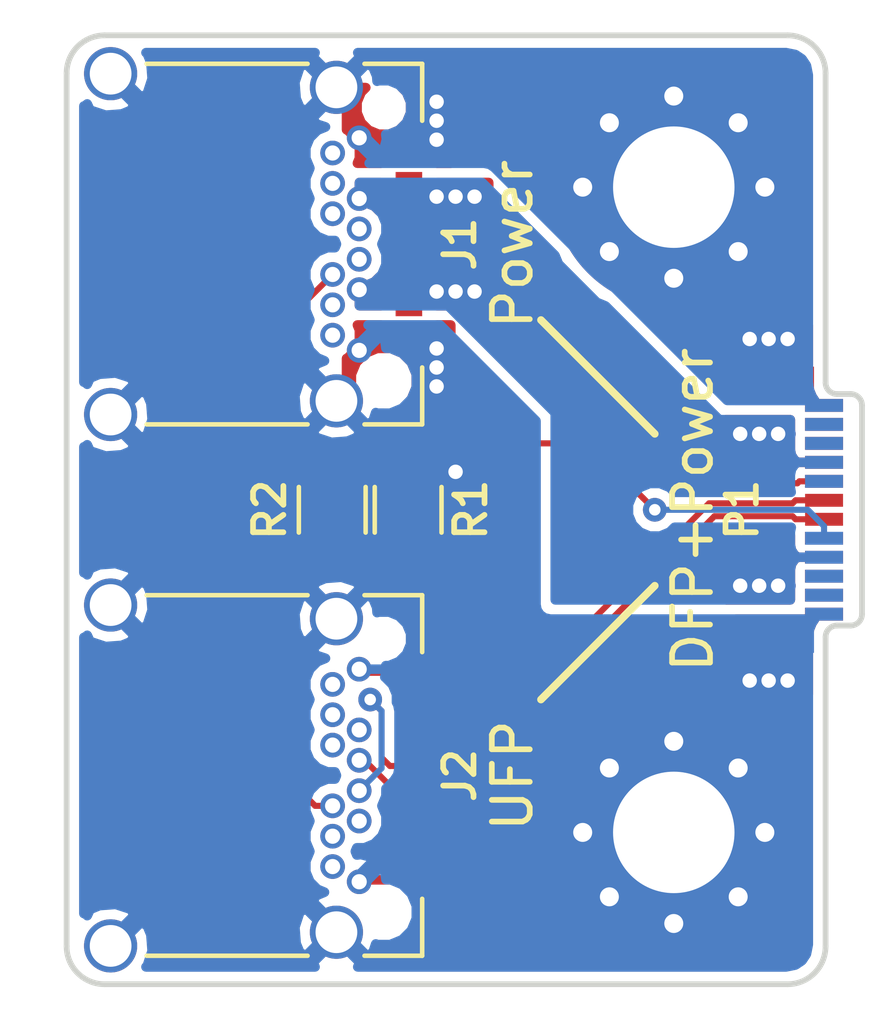
<source format=kicad_pcb>
(kicad_pcb (version 4) (host pcbnew 4.0.7)

  (general
    (links 40)
    (no_connects 0)
    (area 99.924999 99.924999 121.035001 125.075001)
    (thickness 0.8)
    (drawings 19)
    (tracks 142)
    (zones 0)
    (modules 7)
    (nets 47)
  )

  (page USLetter)
  (title_block
    (title "PD Buddy Wye")
    (date 2017-08-06)
    (rev v1.1)
  )

  (layers
    (0 F.Cu signal)
    (31 B.Cu signal)
    (32 B.Adhes user)
    (33 F.Adhes user)
    (34 B.Paste user)
    (35 F.Paste user)
    (36 B.SilkS user)
    (37 F.SilkS user)
    (38 B.Mask user)
    (39 F.Mask user)
    (40 Dwgs.User user)
    (41 Cmts.User user)
    (42 Eco1.User user)
    (43 Eco2.User user)
    (44 Edge.Cuts user)
    (45 Margin user)
    (46 B.CrtYd user)
    (47 F.CrtYd user)
    (48 B.Fab user)
    (49 F.Fab user)
  )

  (setup
    (last_trace_width 0.16)
    (trace_clearance 0.15)
    (zone_clearance 0.254)
    (zone_45_only no)
    (trace_min 0.16)
    (segment_width 0.2)
    (edge_width 0.15)
    (via_size 0.625)
    (via_drill 0.305)
    (via_min_size 0.4)
    (via_min_drill 0.3)
    (uvia_size 0.3)
    (uvia_drill 0.1)
    (uvias_allowed no)
    (uvia_min_size 0.2)
    (uvia_min_drill 0.1)
    (pcb_text_width 0.3)
    (pcb_text_size 1.5 1.5)
    (mod_edge_width 0.15)
    (mod_text_size 0.8 0.8)
    (mod_text_width 0.15)
    (pad_size 1.524 1.524)
    (pad_drill 0.762)
    (pad_to_mask_clearance 0.1)
    (aux_axis_origin 0 0)
    (visible_elements FFFFFF7F)
    (pcbplotparams
      (layerselection 0x00030_80000001)
      (usegerberextensions false)
      (excludeedgelayer true)
      (linewidth 0.100000)
      (plotframeref false)
      (viasonmask false)
      (mode 1)
      (useauxorigin false)
      (hpglpennumber 1)
      (hpglpenspeed 20)
      (hpglpendiameter 15)
      (hpglpenoverlay 2)
      (psnegative false)
      (psa4output false)
      (plotreference true)
      (plotvalue true)
      (plotinvisibletext false)
      (padsonsilk false)
      (subtractmaskfromsilk false)
      (outputformat 1)
      (mirror false)
      (drillshape 1)
      (scaleselection 1)
      (outputdirectory ""))
  )

  (net 0 "")
  (net 1 GND)
  (net 2 "Net-(J1-PadA2)")
  (net 3 "Net-(J1-PadA3)")
  (net 4 VBUS)
  (net 5 "Net-(J1-PadA6)")
  (net 6 "Net-(J1-PadA7)")
  (net 7 "Net-(J1-PadA10)")
  (net 8 "Net-(J1-PadA8)")
  (net 9 "Net-(J1-PadA11)")
  (net 10 "Net-(J1-PadB6)")
  (net 11 "Net-(J1-PadB7)")
  (net 12 "Net-(J1-PadB2)")
  (net 13 "Net-(J1-PadB3)")
  (net 14 "Net-(J1-PadB8)")
  (net 15 "Net-(J1-PadB10)")
  (net 16 "Net-(J1-PadB11)")
  (net 17 "Net-(J2-PadA2)")
  (net 18 "Net-(J2-PadA3)")
  (net 19 "Net-(J2-PadA4)")
  (net 20 "Net-(J2-PadA10)")
  (net 21 "Net-(J2-PadA9)")
  (net 22 "Net-(J2-PadA8)")
  (net 23 "Net-(J2-PadA11)")
  (net 24 "Net-(J2-PadB4)")
  (net 25 "Net-(J2-PadB9)")
  (net 26 "Net-(J2-PadB2)")
  (net 27 "Net-(J2-PadB3)")
  (net 28 "Net-(J2-PadB8)")
  (net 29 "Net-(J2-PadB10)")
  (net 30 "Net-(J2-PadB11)")
  (net 31 "Net-(P1-PadA2)")
  (net 32 "Net-(P1-PadA3)")
  (net 33 "Net-(P1-PadA8)")
  (net 34 "Net-(P1-PadA10)")
  (net 35 "Net-(P1-PadA11)")
  (net 36 "Net-(P1-PadB2)")
  (net 37 "Net-(P1-PadB3)")
  (net 38 "Net-(P1-PadB8)")
  (net 39 "Net-(P1-PadB10)")
  (net 40 "Net-(P1-PadB11)")
  (net 41 /D+)
  (net 42 /D-)
  (net 43 /CC1P)
  (net 44 /CC2P)
  (net 45 /CC1D)
  (net 46 /CC2D)

  (net_class Default "This is the default net class."
    (clearance 0.15)
    (trace_width 0.16)
    (via_dia 0.625)
    (via_drill 0.305)
    (uvia_dia 0.3)
    (uvia_drill 0.1)
    (add_net /CC1D)
    (add_net /CC1P)
    (add_net /CC2D)
    (add_net /CC2P)
    (add_net /D+)
    (add_net /D-)
    (add_net "Net-(J1-PadA10)")
    (add_net "Net-(J1-PadA11)")
    (add_net "Net-(J1-PadA2)")
    (add_net "Net-(J1-PadA3)")
    (add_net "Net-(J1-PadA6)")
    (add_net "Net-(J1-PadA7)")
    (add_net "Net-(J1-PadA8)")
    (add_net "Net-(J1-PadB10)")
    (add_net "Net-(J1-PadB11)")
    (add_net "Net-(J1-PadB2)")
    (add_net "Net-(J1-PadB3)")
    (add_net "Net-(J1-PadB6)")
    (add_net "Net-(J1-PadB7)")
    (add_net "Net-(J1-PadB8)")
    (add_net "Net-(J2-PadA10)")
    (add_net "Net-(J2-PadA11)")
    (add_net "Net-(J2-PadA2)")
    (add_net "Net-(J2-PadA3)")
    (add_net "Net-(J2-PadA4)")
    (add_net "Net-(J2-PadA8)")
    (add_net "Net-(J2-PadA9)")
    (add_net "Net-(J2-PadB10)")
    (add_net "Net-(J2-PadB11)")
    (add_net "Net-(J2-PadB2)")
    (add_net "Net-(J2-PadB3)")
    (add_net "Net-(J2-PadB4)")
    (add_net "Net-(J2-PadB8)")
    (add_net "Net-(J2-PadB9)")
    (add_net "Net-(P1-PadA10)")
    (add_net "Net-(P1-PadA11)")
    (add_net "Net-(P1-PadA2)")
    (add_net "Net-(P1-PadA3)")
    (add_net "Net-(P1-PadA8)")
    (add_net "Net-(P1-PadB10)")
    (add_net "Net-(P1-PadB11)")
    (add_net "Net-(P1-PadB2)")
    (add_net "Net-(P1-PadB3)")
    (add_net "Net-(P1-PadB8)")
  )

  (net_class Power ""
    (clearance 0.15)
    (trace_width 0.7)
    (via_dia 0.7)
    (via_drill 0.38)
    (uvia_dia 0.3)
    (uvia_drill 0.1)
  )

  (net_class Power_Small ""
    (clearance 0.15)
    (trace_width 0.25)
    (via_dia 0.7)
    (via_drill 0.38)
    (uvia_dia 0.3)
    (uvia_drill 0.1)
    (add_net GND)
    (add_net VBUS)
  )

  (module Connectors_USB:USB_C_Plug_Molex_105444 (layer F.Cu) (tedit 59864031) (tstamp 5986117E)
    (at 120 112.5 270)
    (descr "Universal Serial Bus (USB) Shielded I/O Plug, Type C, Right Angle, Surface Mount, http://www.molex.com/pdm_docs/sd/1054440001_sd.pdf")
    (tags "USB Type-C Plug Edge Mount")
    (path /59860CDD)
    (zone_connect 2)
    (attr smd)
    (fp_text reference P1 (at 0 2.2 270) (layer F.SilkS)
      (effects (font (size 0.8 0.8) (thickness 0.15)))
    )
    (fp_text value DFP+Power (at 0 3.5 270) (layer F.SilkS)
      (effects (font (size 1 1) (thickness 0.15)))
    )
    (fp_text user %R (at 0 2.2 270) (layer F.Fab)
      (effects (font (size 1 1) (thickness 0.1)))
    )
    (fp_line (start -4.3 1.96) (end -4.3 -1.46) (layer F.CrtYd) (width 0.05))
    (fp_text user "PCB Edge" (at 0 -0.96 270) (layer Dwgs.User)
      (effects (font (size 0.5 0.5) (thickness 0.08)))
    )
    (fp_line (start 3.35 0) (end 4.3 0) (layer F.Fab) (width 0.1))
    (fp_line (start 3.05 -0.66) (end 3.05 -0.3) (layer F.Fab) (width 0.1))
    (fp_arc (start 2.75 -0.66) (end 2.75 -0.96) (angle 90) (layer F.Fab) (width 0.1))
    (fp_line (start -2.75 -0.96) (end 2.75 -0.96) (layer F.Fab) (width 0.1))
    (fp_arc (start -2.75 -0.66) (end -3.05 -0.66) (angle 90) (layer F.Fab) (width 0.1))
    (fp_arc (start 3.35 -0.3) (end 3.35 0) (angle 90) (layer F.Fab) (width 0.1))
    (fp_line (start -3.05 -0.66) (end -3.05 -0.3) (layer F.Fab) (width 0.1))
    (fp_arc (start -3.35 -0.3) (end -3.05 -0.3) (angle 90) (layer F.Fab) (width 0.1))
    (fp_line (start -3.35 0) (end -4.3 0) (layer F.Fab) (width 0.1))
    (fp_line (start 4.3 1.96) (end 4.3 -1.46) (layer F.CrtYd) (width 0.05))
    (fp_line (start 4.3 -1.46) (end -4.3 -1.46) (layer F.CrtYd) (width 0.05))
    (fp_line (start 4.3 1.96) (end -4.3 1.96) (layer F.CrtYd) (width 0.05))
    (pad A1 smd rect (at -2.75 0.04 270) (size 0.34 1) (layers F.Cu F.Paste F.Mask)
      (net 1 GND) (zone_connect 2))
    (pad A2 smd rect (at -2.25 0.04 270) (size 0.34 1) (layers F.Cu F.Paste F.Mask)
      (net 31 "Net-(P1-PadA2)") (zone_connect 2))
    (pad A3 smd rect (at -1.75 0.04 270) (size 0.34 1) (layers F.Cu F.Paste F.Mask)
      (net 32 "Net-(P1-PadA3)") (zone_connect 2))
    (pad A4 smd rect (at -1.25 0.04 270) (size 0.34 1) (layers F.Cu F.Paste F.Mask)
      (net 4 VBUS) (zone_connect 2))
    (pad A5 smd rect (at -0.75 0.04 270) (size 0.34 1) (layers F.Cu F.Paste F.Mask)
      (net 43 /CC1P) (zone_connect 2))
    (pad A6 smd rect (at -0.25 0.04 270) (size 0.34 1) (layers F.Cu F.Paste F.Mask)
      (net 41 /D+) (zone_connect 2))
    (pad A7 smd rect (at 0.25 0.04 270) (size 0.34 1) (layers F.Cu F.Paste F.Mask)
      (net 42 /D-) (zone_connect 2))
    (pad A8 smd rect (at 0.75 0.04 270) (size 0.34 1) (layers F.Cu F.Paste F.Mask)
      (net 33 "Net-(P1-PadA8)") (zone_connect 2))
    (pad A9 smd rect (at 1.25 0.04 270) (size 0.34 1) (layers F.Cu F.Paste F.Mask)
      (net 4 VBUS) (zone_connect 2))
    (pad A10 smd rect (at 1.75 0.04 270) (size 0.34 1) (layers F.Cu F.Paste F.Mask)
      (net 34 "Net-(P1-PadA10)") (zone_connect 2))
    (pad A11 smd rect (at 2.25 0.04 270) (size 0.34 1) (layers F.Cu F.Paste F.Mask)
      (net 35 "Net-(P1-PadA11)") (zone_connect 2))
    (pad A12 smd rect (at 2.75 0.04 270) (size 0.34 1) (layers F.Cu F.Paste F.Mask)
      (net 1 GND) (zone_connect 2))
    (pad S1 smd rect (at -3.42 0.88 270) (size 0.7 1.15) (layers F.Cu F.Paste F.Mask)
      (net 1 GND) (zone_connect 2))
    (pad S1 smd rect (at 3.42 0.88 270) (size 0.7 1.15) (layers B.Cu B.Paste B.Mask)
      (net 1 GND) (zone_connect 2))
    (pad B1 smd rect (at 2.75 0.04 270) (size 0.34 1) (layers B.Cu B.Paste B.Mask)
      (net 1 GND) (zone_connect 2))
    (pad B2 smd rect (at 2.25 0.04 270) (size 0.34 1) (layers B.Cu B.Paste B.Mask)
      (net 36 "Net-(P1-PadB2)") (zone_connect 2))
    (pad B3 smd rect (at 1.75 0.04 270) (size 0.34 1) (layers B.Cu B.Paste B.Mask)
      (net 37 "Net-(P1-PadB3)") (zone_connect 2))
    (pad B4 smd rect (at 1.25 0.04 270) (size 0.34 1) (layers B.Cu B.Paste B.Mask)
      (net 4 VBUS) (zone_connect 2))
    (pad B5 smd rect (at 0.75 0.04 270) (size 0.34 1) (layers B.Cu B.Paste B.Mask)
      (net 44 /CC2P) (zone_connect 2))
    (pad B8 smd rect (at -0.75 0.04 270) (size 0.34 1) (layers B.Cu B.Paste B.Mask)
      (net 38 "Net-(P1-PadB8)") (zone_connect 2))
    (pad B9 smd rect (at -1.25 0.04 270) (size 0.34 1) (layers B.Cu B.Paste B.Mask)
      (net 4 VBUS) (zone_connect 2))
    (pad B10 smd rect (at -1.75 0.04 270) (size 0.34 1) (layers B.Cu B.Paste B.Mask)
      (net 39 "Net-(P1-PadB10)") (zone_connect 2))
    (pad B11 smd rect (at -2.25 0.04 270) (size 0.34 1) (layers B.Cu B.Paste B.Mask)
      (net 40 "Net-(P1-PadB11)") (zone_connect 2))
    (pad B12 smd rect (at -2.75 0.04 270) (size 0.34 1) (layers B.Cu B.Paste B.Mask)
      (net 1 GND) (zone_connect 2))
    (model ${KISYS3DMOD}/Connectors_USB.3dshapes/USB_C_Plug_Molex_105444.wrl
      (at (xyz 0 0 0))
      (scale (xyz 1 1 1))
      (rotate (xyz 0 0 0))
    )
  )

  (module Mounting_Holes:MountingHole_3.2mm_M3_Pad_Via (layer F.Cu) (tedit 59861099) (tstamp 59861484)
    (at 116 104)
    (descr "Mounting Hole 3.2mm, M3")
    (tags "mounting hole 3.2mm m3")
    (path /59861CE1)
    (zone_connect 2)
    (fp_text reference MK1 (at 0 -4.2) (layer F.Fab)
      (effects (font (size 0.8 0.8) (thickness 0.15)))
    )
    (fp_text value M3 (at 0 4.2) (layer F.Fab)
      (effects (font (size 1 1) (thickness 0.15)))
    )
    (fp_circle (center 0 0) (end 3.2 0) (layer Cmts.User) (width 0.15))
    (fp_circle (center 0 0) (end 3.45 0) (layer F.CrtYd) (width 0.05))
    (pad 1 thru_hole circle (at 0 0) (size 6.4 6.4) (drill 3.2) (layers *.Cu *.Mask)
      (net 1 GND) (zone_connect 2))
    (pad "" thru_hole circle (at 2.4 0) (size 0.6 0.6) (drill 0.5) (layers *.Cu *.Mask)
      (zone_connect 2))
    (pad "" thru_hole circle (at 1.697056 1.697056) (size 0.6 0.6) (drill 0.5) (layers *.Cu *.Mask)
      (zone_connect 2))
    (pad "" thru_hole circle (at 0 2.4) (size 0.6 0.6) (drill 0.5) (layers *.Cu *.Mask)
      (zone_connect 2))
    (pad "" thru_hole circle (at -1.697056 1.697056) (size 0.6 0.6) (drill 0.5) (layers *.Cu *.Mask)
      (zone_connect 2))
    (pad "" thru_hole circle (at -2.4 0) (size 0.6 0.6) (drill 0.5) (layers *.Cu *.Mask)
      (zone_connect 2))
    (pad "" thru_hole circle (at -1.697056 -1.697056) (size 0.6 0.6) (drill 0.5) (layers *.Cu *.Mask)
      (zone_connect 2))
    (pad "" thru_hole circle (at 0 -2.4) (size 0.6 0.6) (drill 0.5) (layers *.Cu *.Mask)
      (zone_connect 2))
    (pad "" thru_hole circle (at 1.697056 -1.697056) (size 0.6 0.6) (drill 0.5) (layers *.Cu *.Mask)
      (zone_connect 2))
  )

  (module Mounting_Holes:MountingHole_3.2mm_M3_Pad_Via (layer F.Cu) (tedit 5986109E) (tstamp 59861493)
    (at 116 121)
    (descr "Mounting Hole 3.2mm, M3")
    (tags "mounting hole 3.2mm m3")
    (path /59861F93)
    (zone_connect 2)
    (fp_text reference MK2 (at 0 -4.2) (layer F.Fab)
      (effects (font (size 0.8 0.8) (thickness 0.15)))
    )
    (fp_text value M3 (at 0 4.2) (layer F.Fab)
      (effects (font (size 1 1) (thickness 0.15)))
    )
    (fp_circle (center 0 0) (end 3.2 0) (layer Cmts.User) (width 0.15))
    (fp_circle (center 0 0) (end 3.45 0) (layer F.CrtYd) (width 0.05))
    (pad 1 thru_hole circle (at 0 0) (size 6.4 6.4) (drill 3.2) (layers *.Cu *.Mask)
      (net 1 GND) (zone_connect 2))
    (pad "" thru_hole circle (at 2.4 0) (size 0.6 0.6) (drill 0.5) (layers *.Cu *.Mask)
      (zone_connect 2))
    (pad "" thru_hole circle (at 1.697056 1.697056) (size 0.6 0.6) (drill 0.5) (layers *.Cu *.Mask)
      (zone_connect 2))
    (pad "" thru_hole circle (at 0 2.4) (size 0.6 0.6) (drill 0.5) (layers *.Cu *.Mask)
      (zone_connect 2))
    (pad "" thru_hole circle (at -1.697056 1.697056) (size 0.6 0.6) (drill 0.5) (layers *.Cu *.Mask)
      (zone_connect 2))
    (pad "" thru_hole circle (at -2.4 0) (size 0.6 0.6) (drill 0.5) (layers *.Cu *.Mask)
      (zone_connect 2))
    (pad "" thru_hole circle (at -1.697056 -1.697056) (size 0.6 0.6) (drill 0.5) (layers *.Cu *.Mask)
      (zone_connect 2))
    (pad "" thru_hole circle (at 0 -2.4) (size 0.6 0.6) (drill 0.5) (layers *.Cu *.Mask)
      (zone_connect 2))
    (pad "" thru_hole circle (at 1.697056 -1.697056) (size 0.6 0.6) (drill 0.5) (layers *.Cu *.Mask)
      (zone_connect 2))
  )

  (module Resistors_SMD:R_0805 (layer F.Cu) (tedit 58E0A804) (tstamp 59863C14)
    (at 109 112.5 90)
    (descr "Resistor SMD 0805, reflow soldering, Vishay (see dcrcw.pdf)")
    (tags "resistor 0805")
    (path /59863DDF)
    (attr smd)
    (fp_text reference R1 (at 0 1.65 90) (layer F.SilkS)
      (effects (font (size 0.8 0.8) (thickness 0.15)))
    )
    (fp_text value 5.1k (at 0 1.75 90) (layer F.Fab)
      (effects (font (size 1 1) (thickness 0.15)))
    )
    (fp_text user %R (at 0 0 90) (layer F.Fab)
      (effects (font (size 0.5 0.5) (thickness 0.075)))
    )
    (fp_line (start -1 0.62) (end -1 -0.62) (layer F.Fab) (width 0.1))
    (fp_line (start 1 0.62) (end -1 0.62) (layer F.Fab) (width 0.1))
    (fp_line (start 1 -0.62) (end 1 0.62) (layer F.Fab) (width 0.1))
    (fp_line (start -1 -0.62) (end 1 -0.62) (layer F.Fab) (width 0.1))
    (fp_line (start 0.6 0.88) (end -0.6 0.88) (layer F.SilkS) (width 0.12))
    (fp_line (start -0.6 -0.88) (end 0.6 -0.88) (layer F.SilkS) (width 0.12))
    (fp_line (start -1.55 -0.9) (end 1.55 -0.9) (layer F.CrtYd) (width 0.05))
    (fp_line (start -1.55 -0.9) (end -1.55 0.9) (layer F.CrtYd) (width 0.05))
    (fp_line (start 1.55 0.9) (end 1.55 -0.9) (layer F.CrtYd) (width 0.05))
    (fp_line (start 1.55 0.9) (end -1.55 0.9) (layer F.CrtYd) (width 0.05))
    (pad 1 smd rect (at -0.95 0 90) (size 0.7 1.3) (layers F.Cu F.Paste F.Mask)
      (net 45 /CC1D))
    (pad 2 smd rect (at 0.95 0 90) (size 0.7 1.3) (layers F.Cu F.Paste F.Mask)
      (net 1 GND))
    (model ${KISYS3DMOD}/Resistors_SMD.3dshapes/R_0805.wrl
      (at (xyz 0 0 0))
      (scale (xyz 1 1 1))
      (rotate (xyz 0 0 0))
    )
  )

  (module Resistors_SMD:R_0805 (layer F.Cu) (tedit 58E0A804) (tstamp 59863C25)
    (at 107 112.5 270)
    (descr "Resistor SMD 0805, reflow soldering, Vishay (see dcrcw.pdf)")
    (tags "resistor 0805")
    (path /59863CCA)
    (attr smd)
    (fp_text reference R2 (at 0 1.65 270) (layer F.SilkS)
      (effects (font (size 0.8 0.8) (thickness 0.15)))
    )
    (fp_text value 5.1k (at 0 1.75 270) (layer F.Fab)
      (effects (font (size 1 1) (thickness 0.15)))
    )
    (fp_text user %R (at 0 0 270) (layer F.Fab)
      (effects (font (size 0.5 0.5) (thickness 0.075)))
    )
    (fp_line (start -1 0.62) (end -1 -0.62) (layer F.Fab) (width 0.1))
    (fp_line (start 1 0.62) (end -1 0.62) (layer F.Fab) (width 0.1))
    (fp_line (start 1 -0.62) (end 1 0.62) (layer F.Fab) (width 0.1))
    (fp_line (start -1 -0.62) (end 1 -0.62) (layer F.Fab) (width 0.1))
    (fp_line (start 0.6 0.88) (end -0.6 0.88) (layer F.SilkS) (width 0.12))
    (fp_line (start -0.6 -0.88) (end 0.6 -0.88) (layer F.SilkS) (width 0.12))
    (fp_line (start -1.55 -0.9) (end 1.55 -0.9) (layer F.CrtYd) (width 0.05))
    (fp_line (start -1.55 -0.9) (end -1.55 0.9) (layer F.CrtYd) (width 0.05))
    (fp_line (start 1.55 0.9) (end 1.55 -0.9) (layer F.CrtYd) (width 0.05))
    (fp_line (start 1.55 0.9) (end -1.55 0.9) (layer F.CrtYd) (width 0.05))
    (pad 1 smd rect (at -0.95 0 270) (size 0.7 1.3) (layers F.Cu F.Paste F.Mask)
      (net 1 GND))
    (pad 2 smd rect (at 0.95 0 270) (size 0.7 1.3) (layers F.Cu F.Paste F.Mask)
      (net 46 /CC2D))
    (model ${KISYS3DMOD}/Resistors_SMD.3dshapes/R_0805.wrl
      (at (xyz 0 0 0))
      (scale (xyz 1 1 1))
      (rotate (xyz 0 0 0))
    )
  )

  (module Connectors_USB:USB_C_Receptacle_Amphenol_12401548E4-2A_CircularHoles (layer F.Cu) (tedit 59D57B90) (tstamp 59D58057)
    (at 104 105.5 270)
    (descr "USB TYPE C, RA RCPT PCB, Hybrid, https://www.amphenolcanada.com/StockAvailabilityPrice.aspx?From=&PartNum=12401548E4%7e2A")
    (tags "USB C Type-C Receptacle Hybrid")
    (path /59860B95)
    (attr smd)
    (fp_text reference J1 (at 0 -6.36 270) (layer F.SilkS)
      (effects (font (size 0.8 0.8) (thickness 0.15)))
    )
    (fp_text value Power (at 0 -7.75 270) (layer F.SilkS)
      (effects (font (size 1 1) (thickness 0.15)))
    )
    (fp_text user %R (at 0 0 270) (layer F.Fab)
      (effects (font (size 1 1) (thickness 0.1)))
    )
    (fp_line (start -5.69 5.73) (end -5.69 -5.87) (layer F.CrtYd) (width 0.05))
    (fp_line (start 5.69 5.73) (end -5.69 5.73) (layer F.CrtYd) (width 0.05))
    (fp_line (start 5.69 -5.87) (end 5.69 5.73) (layer F.CrtYd) (width 0.05))
    (fp_line (start -5.69 -5.87) (end 5.69 -5.87) (layer F.CrtYd) (width 0.05))
    (fp_line (start 4.6 5.23) (end 4.6 -5.22) (layer F.Fab) (width 0.1))
    (fp_line (start -4.6 5.23) (end 4.6 5.23) (layer F.Fab) (width 0.1))
    (fp_line (start 3.25 -5.37) (end 4.75 -5.37) (layer F.SilkS) (width 0.12))
    (fp_line (start 4.75 -5.37) (end 4.75 -3.85) (layer F.SilkS) (width 0.12))
    (fp_line (start -4.75 -2.35) (end -4.75 1.89) (layer F.SilkS) (width 0.12))
    (fp_line (start -4.75 -5.37) (end -3.25 -5.37) (layer F.SilkS) (width 0.12))
    (fp_line (start -4.6 -5.22) (end 4.6 -5.22) (layer F.Fab) (width 0.1))
    (fp_line (start -4.6 5.23) (end -4.6 -5.22) (layer F.Fab) (width 0.1))
    (fp_line (start 4.75 -2.35) (end 4.75 1.89) (layer F.SilkS) (width 0.12))
    (fp_line (start -4.75 -5.37) (end -4.75 -3.85) (layer F.SilkS) (width 0.12))
    (pad S1 thru_hole circle (at -4.13 -3.11 270) (size 1.4 1.4) (drill 1.1) (layers *.Cu *.Mask)
      (net 1 GND))
    (pad A1 smd rect (at -2.75 -5.02 270) (size 0.3 0.7) (layers F.Cu F.Paste F.Mask)
      (net 1 GND))
    (pad A2 smd rect (at -2.25 -5.02 270) (size 0.3 0.7) (layers F.Cu F.Paste F.Mask)
      (net 2 "Net-(J1-PadA2)"))
    (pad A3 smd rect (at -1.75 -5.02 270) (size 0.3 0.7) (layers F.Cu F.Paste F.Mask)
      (net 3 "Net-(J1-PadA3)"))
    (pad A4 smd rect (at -1.25 -5.02 270) (size 0.3 0.7) (layers F.Cu F.Paste F.Mask)
      (net 4 VBUS))
    (pad A5 smd rect (at -0.75 -5.02 270) (size 0.3 0.7) (layers F.Cu F.Paste F.Mask)
      (net 43 /CC1P))
    (pad A6 smd rect (at -0.25 -5.02 270) (size 0.3 0.7) (layers F.Cu F.Paste F.Mask)
      (net 5 "Net-(J1-PadA6)"))
    (pad A7 smd rect (at 0.25 -5.02 270) (size 0.3 0.7) (layers F.Cu F.Paste F.Mask)
      (net 6 "Net-(J1-PadA7)"))
    (pad A12 smd rect (at 2.75 -5.02 270) (size 0.3 0.7) (layers F.Cu F.Paste F.Mask)
      (net 1 GND))
    (pad A10 smd rect (at 1.75 -5.02 270) (size 0.3 0.7) (layers F.Cu F.Paste F.Mask)
      (net 7 "Net-(J1-PadA10)"))
    (pad A9 smd rect (at 1.25 -5.02 270) (size 0.3 0.7) (layers F.Cu F.Paste F.Mask)
      (net 4 VBUS))
    (pad A8 smd rect (at 0.75 -5.02 270) (size 0.3 0.7) (layers F.Cu F.Paste F.Mask)
      (net 8 "Net-(J1-PadA8)"))
    (pad A11 smd rect (at 2.25 -5.02 270) (size 0.3 0.7) (layers F.Cu F.Paste F.Mask)
      (net 9 "Net-(J1-PadA11)"))
    (pad S1 thru_hole circle (at 4.13 -3.11 270) (size 1.4 1.4) (drill 1.1) (layers *.Cu *.Mask)
      (net 1 GND))
    (pad S1 thru_hole circle (at 4.49 2.84 270) (size 1.4 1.4) (drill 1.1) (layers *.Cu *.Mask)
      (net 1 GND))
    (pad S1 thru_hole circle (at -4.49 2.84 270) (size 1.4 1.4) (drill 1.1) (layers *.Cu *.Mask)
      (net 1 GND))
    (pad "" np_thru_hole circle (at 3.6 -4.36 270) (size 0.95 0.95) (drill 0.95) (layers *.Cu *.Mask))
    (pad "" np_thru_hole circle (at -3.6 -4.36 270) (size 0.65 0.65) (drill 0.65) (layers *.Cu *.Mask))
    (pad B1 thru_hole circle (at 2.8 -3.71 270) (size 0.65 0.65) (drill 0.4) (layers *.Cu *.Mask)
      (net 1 GND))
    (pad B4 thru_hole circle (at 1.2 -3.71 270) (size 0.65 0.65) (drill 0.4) (layers *.Cu *.Mask)
      (net 4 VBUS))
    (pad B6 thru_hole circle (at 0.4 -3.71 270) (size 0.65 0.65) (drill 0.4) (layers *.Cu *.Mask)
      (net 10 "Net-(J1-PadB6)"))
    (pad B7 thru_hole circle (at -0.4 -3.71 270) (size 0.65 0.65) (drill 0.4) (layers *.Cu *.Mask)
      (net 11 "Net-(J1-PadB7)"))
    (pad B9 thru_hole circle (at -1.2 -3.71 270) (size 0.65 0.65) (drill 0.4) (layers *.Cu *.Mask)
      (net 4 VBUS))
    (pad B12 thru_hole circle (at -2.8 -3.71 270) (size 0.65 0.65) (drill 0.4) (layers *.Cu *.Mask)
      (net 1 GND))
    (pad B2 thru_hole circle (at 2.4 -3.01 270) (size 0.65 0.65) (drill 0.4) (layers *.Cu *.Mask)
      (net 12 "Net-(J1-PadB2)"))
    (pad B3 thru_hole circle (at 1.6 -3.01 270) (size 0.65 0.65) (drill 0.4) (layers *.Cu *.Mask)
      (net 13 "Net-(J1-PadB3)"))
    (pad B5 thru_hole circle (at 0.8 -3.01 270) (size 0.65 0.65) (drill 0.4) (layers *.Cu *.Mask)
      (net 44 /CC2P))
    (pad B8 thru_hole circle (at -0.8 -3.01 270) (size 0.65 0.65) (drill 0.4) (layers *.Cu *.Mask)
      (net 14 "Net-(J1-PadB8)"))
    (pad B10 thru_hole circle (at -1.6 -3.01 270) (size 0.65 0.65) (drill 0.4) (layers *.Cu *.Mask)
      (net 15 "Net-(J1-PadB10)"))
    (pad B11 thru_hole circle (at -2.4 -3.01 270) (size 0.65 0.65) (drill 0.4) (layers *.Cu *.Mask)
      (net 16 "Net-(J1-PadB11)"))
    (model ${KISYS3DMOD}/Connectors_USB.3dshapes/USB_C_Receptacle_Amphenol_12401548E4-2A.wrl
      (at (xyz 0 0 0))
      (scale (xyz 1 1 1))
      (rotate (xyz 0 0 0))
    )
  )

  (module Connectors_USB:USB_C_Receptacle_Amphenol_12401548E4-2A_CircularHoles (layer F.Cu) (tedit 59D57B95) (tstamp 59D58087)
    (at 104 119.5 270)
    (descr "USB TYPE C, RA RCPT PCB, Hybrid, https://www.amphenolcanada.com/StockAvailabilityPrice.aspx?From=&PartNum=12401548E4%7e2A")
    (tags "USB C Type-C Receptacle Hybrid")
    (path /59860C73)
    (attr smd)
    (fp_text reference J2 (at 0 -6.36 270) (layer F.SilkS)
      (effects (font (size 0.8 0.8) (thickness 0.15)))
    )
    (fp_text value UFP (at 0 -7.75 270) (layer F.SilkS)
      (effects (font (size 1 1) (thickness 0.15)))
    )
    (fp_text user %R (at 0 0 270) (layer F.Fab)
      (effects (font (size 1 1) (thickness 0.1)))
    )
    (fp_line (start -5.69 5.73) (end -5.69 -5.87) (layer F.CrtYd) (width 0.05))
    (fp_line (start 5.69 5.73) (end -5.69 5.73) (layer F.CrtYd) (width 0.05))
    (fp_line (start 5.69 -5.87) (end 5.69 5.73) (layer F.CrtYd) (width 0.05))
    (fp_line (start -5.69 -5.87) (end 5.69 -5.87) (layer F.CrtYd) (width 0.05))
    (fp_line (start 4.6 5.23) (end 4.6 -5.22) (layer F.Fab) (width 0.1))
    (fp_line (start -4.6 5.23) (end 4.6 5.23) (layer F.Fab) (width 0.1))
    (fp_line (start 3.25 -5.37) (end 4.75 -5.37) (layer F.SilkS) (width 0.12))
    (fp_line (start 4.75 -5.37) (end 4.75 -3.85) (layer F.SilkS) (width 0.12))
    (fp_line (start -4.75 -2.35) (end -4.75 1.89) (layer F.SilkS) (width 0.12))
    (fp_line (start -4.75 -5.37) (end -3.25 -5.37) (layer F.SilkS) (width 0.12))
    (fp_line (start -4.6 -5.22) (end 4.6 -5.22) (layer F.Fab) (width 0.1))
    (fp_line (start -4.6 5.23) (end -4.6 -5.22) (layer F.Fab) (width 0.1))
    (fp_line (start 4.75 -2.35) (end 4.75 1.89) (layer F.SilkS) (width 0.12))
    (fp_line (start -4.75 -5.37) (end -4.75 -3.85) (layer F.SilkS) (width 0.12))
    (pad S1 thru_hole circle (at -4.13 -3.11 270) (size 1.4 1.4) (drill 1.1) (layers *.Cu *.Mask)
      (net 1 GND))
    (pad A1 smd rect (at -2.75 -5.02 270) (size 0.3 0.7) (layers F.Cu F.Paste F.Mask)
      (net 1 GND))
    (pad A2 smd rect (at -2.25 -5.02 270) (size 0.3 0.7) (layers F.Cu F.Paste F.Mask)
      (net 17 "Net-(J2-PadA2)"))
    (pad A3 smd rect (at -1.75 -5.02 270) (size 0.3 0.7) (layers F.Cu F.Paste F.Mask)
      (net 18 "Net-(J2-PadA3)"))
    (pad A4 smd rect (at -1.25 -5.02 270) (size 0.3 0.7) (layers F.Cu F.Paste F.Mask)
      (net 19 "Net-(J2-PadA4)"))
    (pad A5 smd rect (at -0.75 -5.02 270) (size 0.3 0.7) (layers F.Cu F.Paste F.Mask)
      (net 45 /CC1D))
    (pad A6 smd rect (at -0.25 -5.02 270) (size 0.3 0.7) (layers F.Cu F.Paste F.Mask)
      (net 41 /D+))
    (pad A7 smd rect (at 0.25 -5.02 270) (size 0.3 0.7) (layers F.Cu F.Paste F.Mask)
      (net 42 /D-))
    (pad A12 smd rect (at 2.75 -5.02 270) (size 0.3 0.7) (layers F.Cu F.Paste F.Mask)
      (net 1 GND))
    (pad A10 smd rect (at 1.75 -5.02 270) (size 0.3 0.7) (layers F.Cu F.Paste F.Mask)
      (net 20 "Net-(J2-PadA10)"))
    (pad A9 smd rect (at 1.25 -5.02 270) (size 0.3 0.7) (layers F.Cu F.Paste F.Mask)
      (net 21 "Net-(J2-PadA9)"))
    (pad A8 smd rect (at 0.75 -5.02 270) (size 0.3 0.7) (layers F.Cu F.Paste F.Mask)
      (net 22 "Net-(J2-PadA8)"))
    (pad A11 smd rect (at 2.25 -5.02 270) (size 0.3 0.7) (layers F.Cu F.Paste F.Mask)
      (net 23 "Net-(J2-PadA11)"))
    (pad S1 thru_hole circle (at 4.13 -3.11 270) (size 1.4 1.4) (drill 1.1) (layers *.Cu *.Mask)
      (net 1 GND))
    (pad S1 thru_hole circle (at 4.49 2.84 270) (size 1.4 1.4) (drill 1.1) (layers *.Cu *.Mask)
      (net 1 GND))
    (pad S1 thru_hole circle (at -4.49 2.84 270) (size 1.4 1.4) (drill 1.1) (layers *.Cu *.Mask)
      (net 1 GND))
    (pad "" np_thru_hole circle (at 3.6 -4.36 270) (size 0.95 0.95) (drill 0.95) (layers *.Cu *.Mask))
    (pad "" np_thru_hole circle (at -3.6 -4.36 270) (size 0.65 0.65) (drill 0.65) (layers *.Cu *.Mask))
    (pad B1 thru_hole circle (at 2.8 -3.71 270) (size 0.65 0.65) (drill 0.4) (layers *.Cu *.Mask)
      (net 1 GND))
    (pad B4 thru_hole circle (at 1.2 -3.71 270) (size 0.65 0.65) (drill 0.4) (layers *.Cu *.Mask)
      (net 24 "Net-(J2-PadB4)"))
    (pad B6 thru_hole circle (at 0.4 -3.71 270) (size 0.65 0.65) (drill 0.4) (layers *.Cu *.Mask)
      (net 41 /D+))
    (pad B7 thru_hole circle (at -0.4 -3.71 270) (size 0.65 0.65) (drill 0.4) (layers *.Cu *.Mask)
      (net 42 /D-))
    (pad B9 thru_hole circle (at -1.2 -3.71 270) (size 0.65 0.65) (drill 0.4) (layers *.Cu *.Mask)
      (net 25 "Net-(J2-PadB9)"))
    (pad B12 thru_hole circle (at -2.8 -3.71 270) (size 0.65 0.65) (drill 0.4) (layers *.Cu *.Mask)
      (net 1 GND))
    (pad B2 thru_hole circle (at 2.4 -3.01 270) (size 0.65 0.65) (drill 0.4) (layers *.Cu *.Mask)
      (net 26 "Net-(J2-PadB2)"))
    (pad B3 thru_hole circle (at 1.6 -3.01 270) (size 0.65 0.65) (drill 0.4) (layers *.Cu *.Mask)
      (net 27 "Net-(J2-PadB3)"))
    (pad B5 thru_hole circle (at 0.8 -3.01 270) (size 0.65 0.65) (drill 0.4) (layers *.Cu *.Mask)
      (net 46 /CC2D))
    (pad B8 thru_hole circle (at -0.8 -3.01 270) (size 0.65 0.65) (drill 0.4) (layers *.Cu *.Mask)
      (net 28 "Net-(J2-PadB8)"))
    (pad B10 thru_hole circle (at -1.6 -3.01 270) (size 0.65 0.65) (drill 0.4) (layers *.Cu *.Mask)
      (net 29 "Net-(J2-PadB10)"))
    (pad B11 thru_hole circle (at -2.4 -3.01 270) (size 0.65 0.65) (drill 0.4) (layers *.Cu *.Mask)
      (net 30 "Net-(J2-PadB11)"))
    (model ${KISYS3DMOD}/Connectors_USB.3dshapes/USB_C_Receptacle_Amphenol_12401548E4-2A.wrl
      (at (xyz 0 0 0))
      (scale (xyz 1 1 1))
      (rotate (xyz 0 0 0))
    )
  )

  (gr_text "PD Buddy Wye v1.1" (at 104 112.5 90) (layer B.Mask)
    (effects (font (size 1.5 1.5) (thickness 0.3)) (justify mirror))
  )
  (gr_line (start 112.5 107.5) (end 115.5 110.5) (layer F.SilkS) (width 0.2))
  (gr_line (start 112.5 117.5) (end 115.5 114.5) (layer F.SilkS) (width 0.2))
  (gr_line (start 120.3 109.45) (end 120.66 109.45) (layer Edge.Cuts) (width 0.15))
  (gr_arc (start 120.3 109.15) (end 120.3 109.45) (angle 90) (layer Edge.Cuts) (width 0.15) (tstamp 59861792))
  (gr_line (start 120.96 109.75) (end 120.96 115.25) (layer Edge.Cuts) (width 0.15))
  (gr_arc (start 120.66 109.75) (end 120.66 109.45) (angle 90) (layer Edge.Cuts) (width 0.15) (tstamp 59861790))
  (gr_line (start 120.66 115.55) (end 120.3 115.55) (layer Edge.Cuts) (width 0.15))
  (gr_arc (start 120.66 115.25) (end 120.96 115.25) (angle 90) (layer Edge.Cuts) (width 0.15) (tstamp 5986178E))
  (gr_arc (start 120.3 115.85) (end 120 115.85) (angle 90) (layer Edge.Cuts) (width 0.15))
  (gr_arc (start 119 101) (end 119 100) (angle 90) (layer Edge.Cuts) (width 0.15))
  (gr_arc (start 101 101) (end 100 101) (angle 90) (layer Edge.Cuts) (width 0.15))
  (gr_arc (start 101 124) (end 101 125) (angle 90) (layer Edge.Cuts) (width 0.15))
  (gr_arc (start 119 124) (end 120 124) (angle 90) (layer Edge.Cuts) (width 0.15))
  (gr_line (start 120 124) (end 120 115.85) (layer Edge.Cuts) (width 0.15))
  (gr_line (start 101 125) (end 119 125) (layer Edge.Cuts) (width 0.15))
  (gr_line (start 100 101) (end 100 124) (layer Edge.Cuts) (width 0.15))
  (gr_line (start 119 100) (end 101 100) (layer Edge.Cuts) (width 0.15))
  (gr_line (start 120 109.15) (end 120 101) (layer Edge.Cuts) (width 0.15))

  (segment (start 109.55 116.7) (end 110.25 116) (width 0.25) (layer B.Cu) (net 1))
  (segment (start 110.25 116) (end 110.25 111.5) (width 0.25) (layer B.Cu) (net 1))
  (segment (start 107.71 116.7) (end 109.55 116.7) (width 0.25) (layer B.Cu) (net 1))
  (segment (start 109 111.55) (end 110.2 111.55) (width 0.25) (layer F.Cu) (net 1))
  (segment (start 110.2 111.55) (end 110.25 111.5) (width 0.25) (layer F.Cu) (net 1))
  (via (at 110.25 111.5) (size 0.7) (drill 0.38) (layers F.Cu B.Cu) (net 1))
  (segment (start 109 111.55) (end 107 111.55) (width 0.25) (layer F.Cu) (net 1))
  (segment (start 119 109) (end 119 108) (width 0.25) (layer B.Cu) (net 1))
  (segment (start 119.75 109.75) (end 119 109) (width 0.25) (layer B.Cu) (net 1))
  (segment (start 119.96 109.75) (end 119.75 109.75) (width 0.25) (layer B.Cu) (net 1))
  (segment (start 119.96 115.25) (end 119.79 115.25) (width 0.25) (layer B.Cu) (net 1))
  (segment (start 119.79 115.25) (end 119.12 115.92) (width 0.25) (layer B.Cu) (net 1))
  (segment (start 109.75 102.25) (end 109.75 101.75) (width 0.25) (layer F.Cu) (net 1))
  (via (at 109.75 101.75) (size 0.7) (drill 0.38) (layers F.Cu B.Cu) (net 1))
  (segment (start 109.75 102.75) (end 109.75 102.25) (width 0.25) (layer F.Cu) (net 1))
  (via (at 109.75 102.25) (size 0.7) (drill 0.38) (layers F.Cu B.Cu) (net 1))
  (segment (start 109.02 102.75) (end 109.75 102.75) (width 0.25) (layer F.Cu) (net 1))
  (via (at 109.75 102.75) (size 0.7) (drill 0.38) (layers F.Cu B.Cu) (net 1))
  (segment (start 109.75 108.75) (end 109.75 109.25) (width 0.25) (layer F.Cu) (net 1))
  (via (at 109.75 109.25) (size 0.7) (drill 0.38) (layers F.Cu B.Cu) (net 1))
  (segment (start 109.75 108.25) (end 109.75 108.75) (width 0.25) (layer F.Cu) (net 1))
  (via (at 109.75 108.75) (size 0.7) (drill 0.38) (layers F.Cu B.Cu) (net 1))
  (segment (start 109.02 108.25) (end 109.75 108.25) (width 0.25) (layer F.Cu) (net 1))
  (via (at 109.75 108.25) (size 0.7) (drill 0.38) (layers F.Cu B.Cu) (net 1))
  (segment (start 109.02 102.75) (end 107.76 102.75) (width 0.25) (layer F.Cu) (net 1))
  (segment (start 107.76 102.75) (end 107.71 102.7) (width 0.25) (layer F.Cu) (net 1))
  (segment (start 109.02 108.25) (end 107.76 108.25) (width 0.25) (layer F.Cu) (net 1))
  (segment (start 107.76 108.25) (end 107.71 108.3) (width 0.25) (layer F.Cu) (net 1))
  (segment (start 119 115.88) (end 119 117) (width 0.25) (layer F.Cu) (net 1))
  (segment (start 119.96 115.25) (end 119.63 115.25) (width 0.25) (layer F.Cu) (net 1))
  (segment (start 119.63 115.25) (end 119 115.88) (width 0.25) (layer F.Cu) (net 1))
  (segment (start 119.96 109.75) (end 119.79 109.75) (width 0.25) (layer F.Cu) (net 1))
  (segment (start 119.79 109.75) (end 119.12 109.08) (width 0.25) (layer F.Cu) (net 1))
  (segment (start 119.12 109.08) (end 119.12 108.12) (width 0.25) (layer F.Cu) (net 1))
  (segment (start 119.12 108.12) (end 119 108) (width 0.25) (layer F.Cu) (net 1))
  (segment (start 118.5 117) (end 118 117) (width 0.25) (layer B.Cu) (net 1))
  (via (at 118 117) (size 0.7) (drill 0.38) (layers F.Cu B.Cu) (net 1))
  (segment (start 119 117) (end 118.5 117) (width 0.25) (layer B.Cu) (net 1))
  (via (at 118.5 117) (size 0.7) (drill 0.38) (layers F.Cu B.Cu) (net 1))
  (segment (start 119.12 115.92) (end 119.12 116.88) (width 0.25) (layer B.Cu) (net 1))
  (segment (start 119.12 116.88) (end 119 117) (width 0.25) (layer B.Cu) (net 1))
  (via (at 119 117) (size 0.7) (drill 0.38) (layers F.Cu B.Cu) (net 1))
  (segment (start 118.5 108) (end 118 108) (width 0.25) (layer F.Cu) (net 1))
  (via (at 118 108) (size 0.7) (drill 0.38) (layers F.Cu B.Cu) (net 1))
  (segment (start 119 108) (end 118.5 108) (width 0.25) (layer F.Cu) (net 1))
  (via (at 118.5 108) (size 0.7) (drill 0.38) (layers F.Cu B.Cu) (net 1))
  (via (at 119 108) (size 0.7) (drill 0.38) (layers F.Cu B.Cu) (net 1))
  (segment (start 109.02 122.25) (end 107.76 122.25) (width 0.25) (layer F.Cu) (net 1))
  (segment (start 107.76 122.25) (end 107.71 122.3) (width 0.25) (layer F.Cu) (net 1))
  (segment (start 109.02 116.75) (end 107.76 116.75) (width 0.25) (layer F.Cu) (net 1))
  (segment (start 107.76 116.75) (end 107.71 116.7) (width 0.25) (layer F.Cu) (net 1))
  (segment (start 119.96 111.25) (end 119.21 111.25) (width 0.25) (layer B.Cu) (net 4))
  (segment (start 119.21 111.25) (end 118.75 110.79) (width 0.25) (layer B.Cu) (net 4))
  (segment (start 118.75 110.79) (end 118.75 110.5) (width 0.25) (layer B.Cu) (net 4))
  (segment (start 119.96 113.75) (end 119.21 113.75) (width 0.25) (layer B.Cu) (net 4))
  (segment (start 119.21 113.75) (end 118.75 114.21) (width 0.25) (layer B.Cu) (net 4))
  (segment (start 118.75 114.21) (end 118.75 114.5) (width 0.25) (layer B.Cu) (net 4))
  (segment (start 119.96 113.75) (end 119.21 113.75) (width 0.25) (layer F.Cu) (net 4))
  (segment (start 119.21 113.75) (end 118.75 114.21) (width 0.25) (layer F.Cu) (net 4))
  (segment (start 118.75 114.21) (end 118.75 114.5) (width 0.25) (layer F.Cu) (net 4))
  (segment (start 119.96 111.25) (end 119.21 111.25) (width 0.25) (layer F.Cu) (net 4))
  (segment (start 119.21 111.25) (end 118.75 110.79) (width 0.25) (layer F.Cu) (net 4))
  (segment (start 118.75 110.79) (end 118.75 110.5) (width 0.25) (layer F.Cu) (net 4))
  (via (at 110.75 106.75) (size 0.7) (drill 0.38) (layers F.Cu B.Cu) (net 4))
  (segment (start 110.25 106.75) (end 110.75 106.75) (width 0.25) (layer F.Cu) (net 4))
  (segment (start 110.25 104.25) (end 110.75 104.25) (width 0.25) (layer F.Cu) (net 4))
  (via (at 110.75 104.25) (size 0.7) (drill 0.38) (layers F.Cu B.Cu) (net 4))
  (segment (start 109.75 106.75) (end 110.25 106.75) (width 0.25) (layer F.Cu) (net 4))
  (via (at 110.25 106.75) (size 0.7) (drill 0.38) (layers F.Cu B.Cu) (net 4))
  (segment (start 109.75 104.25) (end 110.25 104.25) (width 0.25) (layer F.Cu) (net 4))
  (via (at 110.25 104.25) (size 0.7) (drill 0.38) (layers F.Cu B.Cu) (net 4))
  (segment (start 109.02 106.75) (end 109.75 106.75) (width 0.25) (layer F.Cu) (net 4))
  (via (at 109.75 106.75) (size 0.7) (drill 0.38) (layers F.Cu B.Cu) (net 4))
  (segment (start 109.02 104.25) (end 109.75 104.25) (width 0.25) (layer F.Cu) (net 4))
  (via (at 109.75 104.25) (size 0.7) (drill 0.38) (layers F.Cu B.Cu) (net 4))
  (segment (start 118.25 114.5) (end 117.75 114.5) (width 0.25) (layer F.Cu) (net 4))
  (via (at 117.75 114.5) (size 0.7) (drill 0.38) (layers F.Cu B.Cu) (net 4))
  (segment (start 118.75 114.5) (end 118.25 114.5) (width 0.25) (layer F.Cu) (net 4))
  (via (at 118.25 114.5) (size 0.7) (drill 0.38) (layers F.Cu B.Cu) (net 4))
  (via (at 118.75 114.5) (size 0.7) (drill 0.38) (layers F.Cu B.Cu) (net 4))
  (segment (start 118.25 110.5) (end 117.75 110.5) (width 0.25) (layer F.Cu) (net 4))
  (via (at 117.75 110.5) (size 0.7) (drill 0.38) (layers F.Cu B.Cu) (net 4))
  (via (at 118.25 110.5) (size 0.7) (drill 0.38) (layers F.Cu B.Cu) (net 4))
  (segment (start 118.75 110.5) (end 118.25 110.5) (width 0.25) (layer F.Cu) (net 4))
  (via (at 118.75 110.5) (size 0.7) (drill 0.38) (layers F.Cu B.Cu) (net 4))
  (segment (start 109.02 106.75) (end 107.76 106.75) (width 0.25) (layer F.Cu) (net 4))
  (segment (start 107.76 106.75) (end 107.71 106.7) (width 0.25) (layer F.Cu) (net 4))
  (segment (start 109.02 104.25) (end 107.76 104.25) (width 0.25) (layer F.Cu) (net 4))
  (segment (start 107.76 104.25) (end 107.71 104.3) (width 0.25) (layer F.Cu) (net 4))
  (segment (start 109.929584 119.33) (end 116.929584 112.33) (width 0.16) (layer F.Cu) (net 41))
  (segment (start 116.929584 112.33) (end 119.13 112.33) (width 0.16) (layer F.Cu) (net 41))
  (segment (start 119.21 112.25) (end 119.96 112.25) (width 0.16) (layer F.Cu) (net 41))
  (segment (start 119.13 112.33) (end 119.21 112.25) (width 0.16) (layer F.Cu) (net 41))
  (segment (start 109.02 119.25) (end 109.545 119.25) (width 0.16) (layer F.Cu) (net 41))
  (segment (start 109.545 119.25) (end 109.625 119.33) (width 0.16) (layer F.Cu) (net 41))
  (segment (start 109.625 119.33) (end 109.929584 119.33) (width 0.16) (layer F.Cu) (net 41))
  (segment (start 108 117.5) (end 108.3 117.8) (width 0.16) (layer F.Cu) (net 41))
  (segment (start 108.3 117.8) (end 108.3 119.03) (width 0.16) (layer F.Cu) (net 41))
  (segment (start 108.3 119.03) (end 108.52 119.25) (width 0.16) (layer F.Cu) (net 41))
  (segment (start 108.52 119.25) (end 109.02 119.25) (width 0.16) (layer F.Cu) (net 41))
  (segment (start 107.71 119.9) (end 108.3 119.31) (width 0.16) (layer B.Cu) (net 41))
  (segment (start 108.3 119.31) (end 108.3 117.8) (width 0.16) (layer B.Cu) (net 41))
  (segment (start 108.3 117.8) (end 108 117.5) (width 0.16) (layer B.Cu) (net 41))
  (via (at 108 117.5) (size 0.625) (drill 0.305) (layers F.Cu B.Cu) (net 41))
  (segment (start 119.13 112.67) (end 119.21 112.75) (width 0.16) (layer F.Cu) (net 42))
  (segment (start 117.070416 112.67) (end 119.13 112.67) (width 0.16) (layer F.Cu) (net 42))
  (segment (start 119.21 112.75) (end 119.96 112.75) (width 0.16) (layer F.Cu) (net 42))
  (segment (start 110.070416 119.67) (end 117.070416 112.67) (width 0.16) (layer F.Cu) (net 42))
  (segment (start 109.02 119.75) (end 109.545 119.75) (width 0.16) (layer F.Cu) (net 42))
  (segment (start 109.545 119.75) (end 109.625 119.67) (width 0.16) (layer F.Cu) (net 42))
  (segment (start 109.625 119.67) (end 110.070416 119.67) (width 0.16) (layer F.Cu) (net 42))
  (segment (start 107.71 119.1) (end 107.85 119.1) (width 0.16) (layer F.Cu) (net 42))
  (segment (start 107.85 119.1) (end 108.5 119.75) (width 0.16) (layer F.Cu) (net 42))
  (segment (start 108.5 119.75) (end 109.02 119.75) (width 0.16) (layer F.Cu) (net 42))
  (segment (start 119.96 111.75) (end 119.31 111.75) (width 0.16) (layer F.Cu) (net 43))
  (segment (start 119.31 111.75) (end 119.257998 111.802002) (width 0.16) (layer F.Cu) (net 43))
  (segment (start 119.257998 111.802002) (end 117.052002 111.802002) (width 0.16) (layer F.Cu) (net 43))
  (segment (start 110.447998 105.75) (end 109.5 104.802002) (width 0.16) (layer F.Cu) (net 43))
  (segment (start 117.052002 111.802002) (end 111 105.75) (width 0.16) (layer F.Cu) (net 43))
  (segment (start 111 105.75) (end 110.447998 105.75) (width 0.16) (layer F.Cu) (net 43))
  (segment (start 109.5 104.802002) (end 109.072002 104.802002) (width 0.16) (layer F.Cu) (net 43))
  (segment (start 109.072002 104.802002) (end 109.02 104.75) (width 0.16) (layer F.Cu) (net 43))
  (segment (start 107.01 106.3) (end 106 107.31) (width 0.16) (layer F.Cu) (net 44))
  (segment (start 106.75 110.75) (end 113.75 110.75) (width 0.16) (layer F.Cu) (net 44))
  (segment (start 106 107.31) (end 106 110) (width 0.16) (layer F.Cu) (net 44))
  (segment (start 106 110) (end 106.75 110.75) (width 0.16) (layer F.Cu) (net 44))
  (segment (start 113.75 110.75) (end 115.187501 112.187501) (width 0.16) (layer F.Cu) (net 44))
  (segment (start 115.187501 112.187501) (end 115.5 112.5) (width 0.16) (layer F.Cu) (net 44))
  (segment (start 115.5 112.5) (end 119.53 112.5) (width 0.16) (layer B.Cu) (net 44))
  (segment (start 119.53 112.5) (end 119.96 112.93) (width 0.16) (layer B.Cu) (net 44))
  (segment (start 119.96 112.93) (end 119.96 113.25) (width 0.16) (layer B.Cu) (net 44))
  (via (at 115.5 112.5) (size 0.625) (drill 0.305) (layers F.Cu B.Cu) (net 44))
  (segment (start 110 118.5) (end 110 114.95) (width 0.16) (layer F.Cu) (net 45))
  (segment (start 110 114.95) (end 109 113.95) (width 0.16) (layer F.Cu) (net 45))
  (segment (start 109 113.95) (end 109 113.45) (width 0.16) (layer F.Cu) (net 45))
  (segment (start 109.75 118.75) (end 110 118.5) (width 0.16) (layer F.Cu) (net 45))
  (segment (start 109.02 118.75) (end 109.75 118.75) (width 0.16) (layer F.Cu) (net 45))
  (segment (start 106 119.749619) (end 106 114.95) (width 0.16) (layer F.Cu) (net 46))
  (segment (start 106 114.95) (end 107 113.95) (width 0.16) (layer F.Cu) (net 46))
  (segment (start 107 113.95) (end 107 113.45) (width 0.16) (layer F.Cu) (net 46))
  (segment (start 107.01 120.3) (end 106.550381 120.3) (width 0.16) (layer F.Cu) (net 46))
  (segment (start 106.550381 120.3) (end 106 119.749619) (width 0.16) (layer F.Cu) (net 46))

  (zone (net 1) (net_name GND) (layer B.Cu) (tstamp 0) (hatch edge 0.508)
    (connect_pads (clearance 0.254))
    (min_thickness 0.254)
    (fill yes (arc_segments 16) (thermal_gap 0.254) (thermal_bridge_width 0.508))
    (polygon
      (pts
        (xy 99.5 99.5) (xy 120.5 99.5) (xy 120.5 125.5) (xy 99.5 125.5)
      )
    )
    (filled_polygon
      (pts
        (xy 106.493483 100.573878) (xy 107.11 101.190395) (xy 107.726517 100.573878) (xy 107.672172 100.456) (xy 118.955089 100.456)
        (xy 119.204761 100.505663) (xy 119.378349 100.621651) (xy 119.494337 100.795239) (xy 119.544 101.044911) (xy 119.544 109.15)
        (xy 119.552762 109.19405) (xy 119.552762 109.238961) (xy 119.575598 109.353766) (xy 119.643686 109.518146) (xy 119.708716 109.61547)
        (xy 119.712246 109.619) (xy 117.407816 109.619) (xy 114.323681 106.534865) (xy 115.318882 106.534865) (xy 115.422339 106.785252)
        (xy 115.613741 106.976987) (xy 115.863946 107.080882) (xy 116.134865 107.081118) (xy 116.385252 106.977661) (xy 116.576987 106.786259)
        (xy 116.680882 106.536054) (xy 116.681118 106.265135) (xy 116.577661 106.014748) (xy 116.395152 105.831921) (xy 117.015938 105.831921)
        (xy 117.119395 106.082308) (xy 117.310797 106.274043) (xy 117.561002 106.377938) (xy 117.831921 106.378174) (xy 118.082308 106.274717)
        (xy 118.274043 106.083315) (xy 118.377938 105.83311) (xy 118.378174 105.562191) (xy 118.274717 105.311804) (xy 118.083315 105.120069)
        (xy 117.83311 105.016174) (xy 117.562191 105.015938) (xy 117.311804 105.119395) (xy 117.120069 105.310797) (xy 117.016174 105.561002)
        (xy 117.015938 105.831921) (xy 116.395152 105.831921) (xy 116.386259 105.823013) (xy 116.136054 105.719118) (xy 115.865135 105.718882)
        (xy 115.614748 105.822339) (xy 115.423013 106.013741) (xy 115.319118 106.263946) (xy 115.318882 106.534865) (xy 114.323681 106.534865)
        (xy 114.166657 106.377841) (xy 114.16689 106.377938) (xy 114.437809 106.378174) (xy 114.688196 106.274717) (xy 114.879931 106.083315)
        (xy 114.983826 105.83311) (xy 114.984062 105.562191) (xy 114.880605 105.311804) (xy 114.689203 105.120069) (xy 114.438998 105.016174)
        (xy 114.168079 105.015938) (xy 113.917692 105.119395) (xy 113.725957 105.310797) (xy 113.622062 105.561002) (xy 113.621826 105.831921)
        (xy 113.622593 105.833777) (xy 111.923681 104.134865) (xy 112.918882 104.134865) (xy 113.022339 104.385252) (xy 113.213741 104.576987)
        (xy 113.463946 104.680882) (xy 113.734865 104.681118) (xy 113.985252 104.577661) (xy 114.176987 104.386259) (xy 114.280882 104.136054)
        (xy 114.280883 104.134865) (xy 117.718882 104.134865) (xy 117.822339 104.385252) (xy 118.013741 104.576987) (xy 118.263946 104.680882)
        (xy 118.534865 104.681118) (xy 118.785252 104.577661) (xy 118.976987 104.386259) (xy 119.080882 104.136054) (xy 119.081118 103.865135)
        (xy 118.977661 103.614748) (xy 118.786259 103.423013) (xy 118.536054 103.319118) (xy 118.265135 103.318882) (xy 118.014748 103.422339)
        (xy 117.823013 103.613741) (xy 117.719118 103.863946) (xy 117.718882 104.134865) (xy 114.280883 104.134865) (xy 114.281118 103.865135)
        (xy 114.177661 103.614748) (xy 113.986259 103.423013) (xy 113.736054 103.319118) (xy 113.465135 103.318882) (xy 113.214748 103.422339)
        (xy 113.023013 103.613741) (xy 112.919118 103.863946) (xy 112.918882 104.134865) (xy 111.923681 104.134865) (xy 111.269408 103.480592)
        (xy 111.14823 103.399017) (xy 111 103.369) (xy 107.972709 103.369) (xy 108.023724 103.347869) (xy 108.052617 103.222222)
        (xy 107.71 102.879605) (xy 107.695858 102.893748) (xy 107.68361 102.8815) (xy 107.608866 102.700606) (xy 107.555232 102.646878)
        (xy 107.695858 102.506253) (xy 107.71 102.520395) (xy 107.724143 102.506253) (xy 107.903748 102.685858) (xy 107.889605 102.7)
        (xy 108.232222 103.042617) (xy 108.357869 103.013724) (xy 108.42861 102.741914) (xy 108.409728 102.606043) (xy 108.499816 102.606122)
        (xy 108.759394 102.498866) (xy 108.820557 102.437809) (xy 113.621826 102.437809) (xy 113.725283 102.688196) (xy 113.916685 102.879931)
        (xy 114.16689 102.983826) (xy 114.437809 102.984062) (xy 114.688196 102.880605) (xy 114.879931 102.689203) (xy 114.983826 102.438998)
        (xy 114.983827 102.437809) (xy 117.015938 102.437809) (xy 117.119395 102.688196) (xy 117.310797 102.879931) (xy 117.561002 102.983826)
        (xy 117.831921 102.984062) (xy 118.082308 102.880605) (xy 118.274043 102.689203) (xy 118.377938 102.438998) (xy 118.378174 102.168079)
        (xy 118.274717 101.917692) (xy 118.083315 101.725957) (xy 117.83311 101.622062) (xy 117.562191 101.621826) (xy 117.311804 101.725283)
        (xy 117.120069 101.916685) (xy 117.016174 102.16689) (xy 117.015938 102.437809) (xy 114.983827 102.437809) (xy 114.984062 102.168079)
        (xy 114.880605 101.917692) (xy 114.698096 101.734865) (xy 115.318882 101.734865) (xy 115.422339 101.985252) (xy 115.613741 102.176987)
        (xy 115.863946 102.280882) (xy 116.134865 102.281118) (xy 116.385252 102.177661) (xy 116.576987 101.986259) (xy 116.680882 101.736054)
        (xy 116.681118 101.465135) (xy 116.577661 101.214748) (xy 116.386259 101.023013) (xy 116.136054 100.919118) (xy 115.865135 100.918882)
        (xy 115.614748 101.022339) (xy 115.423013 101.213741) (xy 115.319118 101.463946) (xy 115.318882 101.734865) (xy 114.698096 101.734865)
        (xy 114.689203 101.725957) (xy 114.438998 101.622062) (xy 114.168079 101.621826) (xy 113.917692 101.725283) (xy 113.725957 101.916685)
        (xy 113.622062 102.16689) (xy 113.621826 102.437809) (xy 108.820557 102.437809) (xy 108.958168 102.300439) (xy 109.065877 102.041048)
        (xy 109.066122 101.760184) (xy 108.958866 101.500606) (xy 108.760439 101.301832) (xy 108.501048 101.194123) (xy 108.220184 101.193878)
        (xy 108.181907 101.209694) (xy 108.171491 101.073293) (xy 108.070391 100.829216) (xy 107.906122 100.753483) (xy 107.289605 101.37)
        (xy 107.303748 101.384143) (xy 107.124143 101.563748) (xy 107.11 101.549605) (xy 106.493483 102.166122) (xy 106.569216 102.330391)
        (xy 106.822825 102.413446) (xy 106.610606 102.501134) (xy 106.411832 102.699561) (xy 106.304123 102.958952) (xy 106.303878 103.239816)
        (xy 106.411134 103.499394) (xy 106.411676 103.499937) (xy 106.304123 103.758952) (xy 106.303878 104.039816) (xy 106.411134 104.299394)
        (xy 106.411676 104.299937) (xy 106.304123 104.558952) (xy 106.303878 104.839816) (xy 106.411134 105.099394) (xy 106.609561 105.298168)
        (xy 106.868952 105.405877) (xy 107.072567 105.406055) (xy 107.111134 105.499394) (xy 107.111676 105.499937) (xy 107.072595 105.594055)
        (xy 106.870184 105.593878) (xy 106.610606 105.701134) (xy 106.411832 105.899561) (xy 106.304123 106.158952) (xy 106.303878 106.439816)
        (xy 106.411134 106.699394) (xy 106.411676 106.699937) (xy 106.304123 106.958952) (xy 106.303878 107.239816) (xy 106.411134 107.499394)
        (xy 106.411676 107.499937) (xy 106.304123 107.758952) (xy 106.303878 108.039816) (xy 106.411134 108.299394) (xy 106.609561 108.498168)
        (xy 106.796105 108.575628) (xy 106.569216 108.669609) (xy 106.493483 108.833878) (xy 107.11 109.450395) (xy 107.124143 109.436253)
        (xy 107.303748 109.615858) (xy 107.289605 109.63) (xy 107.906122 110.246517) (xy 108.070391 110.170784) (xy 108.146551 109.938231)
        (xy 108.188984 109.955851) (xy 108.529522 109.956148) (xy 108.844252 109.826105) (xy 109.085258 109.585518) (xy 109.215851 109.271016)
        (xy 109.216148 108.930478) (xy 109.086105 108.615748) (xy 108.845518 108.374742) (xy 108.531016 108.244149) (xy 108.415009 108.244048)
        (xy 108.389949 108.063724) (xy 108.357869 107.986276) (xy 108.232222 107.957383) (xy 107.889605 108.3) (xy 107.903748 108.314143)
        (xy 107.724143 108.493748) (xy 107.71 108.479605) (xy 107.695858 108.493748) (xy 107.555312 108.353202) (xy 107.608168 108.300439)
        (xy 107.683792 108.118318) (xy 107.695858 108.106253) (xy 107.71 108.120395) (xy 108.052617 107.777778) (xy 108.023724 107.652131)
        (xy 107.942532 107.631) (xy 109.842184 107.631) (xy 112.369 110.157816) (xy 112.369 115) (xy 112.395056 115.138477)
        (xy 112.476896 115.26566) (xy 112.60177 115.350983) (xy 112.75 115.381) (xy 119.712246 115.381) (xy 119.708718 115.384528)
        (xy 119.643686 115.481854) (xy 119.588069 115.616126) (xy 119.575598 115.646234) (xy 119.552762 115.761039) (xy 119.552762 115.80595)
        (xy 119.544 115.85) (xy 119.544 123.955089) (xy 119.494337 124.204761) (xy 119.378349 124.378349) (xy 119.204761 124.494337)
        (xy 118.955089 124.544) (xy 107.672172 124.544) (xy 107.726517 124.426122) (xy 107.11 123.809605) (xy 106.493483 124.426122)
        (xy 106.547828 124.544) (xy 102.091725 124.544) (xy 102.120391 124.530784) (xy 102.254235 124.122093) (xy 102.221491 123.693293)
        (xy 102.14056 123.497907) (xy 106.015765 123.497907) (xy 106.048509 123.926707) (xy 106.149609 124.170784) (xy 106.313878 124.246517)
        (xy 106.930395 123.63) (xy 106.313878 123.013483) (xy 106.149609 123.089216) (xy 106.015765 123.497907) (xy 102.14056 123.497907)
        (xy 102.120391 123.449216) (xy 101.956122 123.373483) (xy 101.339605 123.99) (xy 101.353748 124.004143) (xy 101.174143 124.183748)
        (xy 101.16 124.169605) (xy 101.145858 124.183748) (xy 100.966253 124.004143) (xy 100.980395 123.99) (xy 100.966253 123.975858)
        (xy 101.145858 123.796253) (xy 101.16 123.810395) (xy 101.776517 123.193878) (xy 101.700784 123.029609) (xy 101.292093 122.895765)
        (xy 100.863293 122.928509) (xy 100.619216 123.029609) (xy 100.543484 123.193876) (xy 100.472206 123.122598) (xy 100.456 123.138804)
        (xy 100.456 117.239816) (xy 106.303878 117.239816) (xy 106.411134 117.499394) (xy 106.411676 117.499937) (xy 106.304123 117.758952)
        (xy 106.303878 118.039816) (xy 106.411134 118.299394) (xy 106.411676 118.299937) (xy 106.304123 118.558952) (xy 106.303878 118.839816)
        (xy 106.411134 119.099394) (xy 106.609561 119.298168) (xy 106.868952 119.405877) (xy 107.072567 119.406055) (xy 107.111134 119.499394)
        (xy 107.111676 119.499937) (xy 107.072595 119.594055) (xy 106.870184 119.593878) (xy 106.610606 119.701134) (xy 106.411832 119.899561)
        (xy 106.304123 120.158952) (xy 106.303878 120.439816) (xy 106.411134 120.699394) (xy 106.411676 120.699937) (xy 106.304123 120.958952)
        (xy 106.303878 121.239816) (xy 106.411134 121.499394) (xy 106.411676 121.499937) (xy 106.304123 121.758952) (xy 106.303878 122.039816)
        (xy 106.411134 122.299394) (xy 106.609561 122.498168) (xy 106.796105 122.575628) (xy 106.569216 122.669609) (xy 106.493483 122.833878)
        (xy 107.11 123.450395) (xy 107.124143 123.436253) (xy 107.303748 123.615858) (xy 107.289605 123.63) (xy 107.906122 124.246517)
        (xy 108.070391 124.170784) (xy 108.146551 123.938231) (xy 108.188984 123.955851) (xy 108.529522 123.956148) (xy 108.844252 123.826105)
        (xy 109.085258 123.585518) (xy 109.106291 123.534865) (xy 115.318882 123.534865) (xy 115.422339 123.785252) (xy 115.613741 123.976987)
        (xy 115.863946 124.080882) (xy 116.134865 124.081118) (xy 116.385252 123.977661) (xy 116.576987 123.786259) (xy 116.680882 123.536054)
        (xy 116.681118 123.265135) (xy 116.577661 123.014748) (xy 116.395152 122.831921) (xy 117.015938 122.831921) (xy 117.119395 123.082308)
        (xy 117.310797 123.274043) (xy 117.561002 123.377938) (xy 117.831921 123.378174) (xy 118.082308 123.274717) (xy 118.274043 123.083315)
        (xy 118.377938 122.83311) (xy 118.378174 122.562191) (xy 118.274717 122.311804) (xy 118.083315 122.120069) (xy 117.83311 122.016174)
        (xy 117.562191 122.015938) (xy 117.311804 122.119395) (xy 117.120069 122.310797) (xy 117.016174 122.561002) (xy 117.015938 122.831921)
        (xy 116.395152 122.831921) (xy 116.386259 122.823013) (xy 116.136054 122.719118) (xy 115.865135 122.718882) (xy 115.614748 122.822339)
        (xy 115.423013 123.013741) (xy 115.319118 123.263946) (xy 115.318882 123.534865) (xy 109.106291 123.534865) (xy 109.215851 123.271016)
        (xy 109.216148 122.930478) (xy 109.175426 122.831921) (xy 113.621826 122.831921) (xy 113.725283 123.082308) (xy 113.916685 123.274043)
        (xy 114.16689 123.377938) (xy 114.437809 123.378174) (xy 114.688196 123.274717) (xy 114.879931 123.083315) (xy 114.983826 122.83311)
        (xy 114.984062 122.562191) (xy 114.880605 122.311804) (xy 114.689203 122.120069) (xy 114.438998 122.016174) (xy 114.168079 122.015938)
        (xy 113.917692 122.119395) (xy 113.725957 122.310797) (xy 113.622062 122.561002) (xy 113.621826 122.831921) (xy 109.175426 122.831921)
        (xy 109.086105 122.615748) (xy 108.845518 122.374742) (xy 108.531016 122.244149) (xy 108.415009 122.244048) (xy 108.389949 122.063724)
        (xy 108.357869 121.986276) (xy 108.232222 121.957383) (xy 107.889605 122.3) (xy 107.903748 122.314143) (xy 107.724143 122.493748)
        (xy 107.71 122.479605) (xy 107.695858 122.493748) (xy 107.555312 122.353202) (xy 107.608168 122.300439) (xy 107.683792 122.118318)
        (xy 107.695858 122.106253) (xy 107.71 122.120395) (xy 108.052617 121.777778) (xy 108.023724 121.652131) (xy 107.751914 121.58139)
        (xy 107.648201 121.595803) (xy 107.608866 121.500606) (xy 107.608324 121.500063) (xy 107.647405 121.405945) (xy 107.849816 121.406122)
        (xy 108.109394 121.298866) (xy 108.273681 121.134865) (xy 112.918882 121.134865) (xy 113.022339 121.385252) (xy 113.213741 121.576987)
        (xy 113.463946 121.680882) (xy 113.734865 121.681118) (xy 113.985252 121.577661) (xy 114.176987 121.386259) (xy 114.280882 121.136054)
        (xy 114.280883 121.134865) (xy 117.718882 121.134865) (xy 117.822339 121.385252) (xy 118.013741 121.576987) (xy 118.263946 121.680882)
        (xy 118.534865 121.681118) (xy 118.785252 121.577661) (xy 118.976987 121.386259) (xy 119.080882 121.136054) (xy 119.081118 120.865135)
        (xy 118.977661 120.614748) (xy 118.786259 120.423013) (xy 118.536054 120.319118) (xy 118.265135 120.318882) (xy 118.014748 120.422339)
        (xy 117.823013 120.613741) (xy 117.719118 120.863946) (xy 117.718882 121.134865) (xy 114.280883 121.134865) (xy 114.281118 120.865135)
        (xy 114.177661 120.614748) (xy 113.986259 120.423013) (xy 113.736054 120.319118) (xy 113.465135 120.318882) (xy 113.214748 120.422339)
        (xy 113.023013 120.613741) (xy 112.919118 120.863946) (xy 112.918882 121.134865) (xy 108.273681 121.134865) (xy 108.308168 121.100439)
        (xy 108.415877 120.841048) (xy 108.416122 120.560184) (xy 108.308866 120.300606) (xy 108.308324 120.300063) (xy 108.415877 120.041048)
        (xy 108.416047 119.845905) (xy 108.625976 119.635976) (xy 108.725908 119.486417) (xy 108.735576 119.437809) (xy 113.621826 119.437809)
        (xy 113.725283 119.688196) (xy 113.916685 119.879931) (xy 114.16689 119.983826) (xy 114.437809 119.984062) (xy 114.688196 119.880605)
        (xy 114.879931 119.689203) (xy 114.983826 119.438998) (xy 114.983827 119.437809) (xy 117.015938 119.437809) (xy 117.119395 119.688196)
        (xy 117.310797 119.879931) (xy 117.561002 119.983826) (xy 117.831921 119.984062) (xy 118.082308 119.880605) (xy 118.274043 119.689203)
        (xy 118.377938 119.438998) (xy 118.378174 119.168079) (xy 118.274717 118.917692) (xy 118.083315 118.725957) (xy 117.83311 118.622062)
        (xy 117.562191 118.621826) (xy 117.311804 118.725283) (xy 117.120069 118.916685) (xy 117.016174 119.16689) (xy 117.015938 119.437809)
        (xy 114.983827 119.437809) (xy 114.984062 119.168079) (xy 114.880605 118.917692) (xy 114.698096 118.734865) (xy 115.318882 118.734865)
        (xy 115.422339 118.985252) (xy 115.613741 119.176987) (xy 115.863946 119.280882) (xy 116.134865 119.281118) (xy 116.385252 119.177661)
        (xy 116.576987 118.986259) (xy 116.680882 118.736054) (xy 116.681118 118.465135) (xy 116.577661 118.214748) (xy 116.386259 118.023013)
        (xy 116.136054 117.919118) (xy 115.865135 117.918882) (xy 115.614748 118.022339) (xy 115.423013 118.213741) (xy 115.319118 118.463946)
        (xy 115.318882 118.734865) (xy 114.698096 118.734865) (xy 114.689203 118.725957) (xy 114.438998 118.622062) (xy 114.168079 118.621826)
        (xy 113.917692 118.725283) (xy 113.725957 118.916685) (xy 113.622062 119.16689) (xy 113.621826 119.437809) (xy 108.735576 119.437809)
        (xy 108.761 119.31) (xy 108.761 117.8) (xy 108.725908 117.623583) (xy 108.693435 117.574983) (xy 108.69362 117.36266)
        (xy 108.588263 117.107677) (xy 108.393349 116.912423) (xy 108.385123 116.909007) (xy 108.42861 116.741914) (xy 108.409728 116.606043)
        (xy 108.499816 116.606122) (xy 108.759394 116.498866) (xy 108.958168 116.300439) (xy 109.065877 116.041048) (xy 109.066122 115.760184)
        (xy 108.958866 115.500606) (xy 108.760439 115.301832) (xy 108.501048 115.194123) (xy 108.220184 115.193878) (xy 108.181907 115.209694)
        (xy 108.171491 115.073293) (xy 108.070391 114.829216) (xy 107.906122 114.753483) (xy 107.289605 115.37) (xy 107.303748 115.384143)
        (xy 107.124143 115.563748) (xy 107.11 115.549605) (xy 106.493483 116.166122) (xy 106.569216 116.330391) (xy 106.822825 116.413446)
        (xy 106.610606 116.501134) (xy 106.411832 116.699561) (xy 106.304123 116.958952) (xy 106.303878 117.239816) (xy 100.456 117.239816)
        (xy 100.456 115.861196) (xy 100.472206 115.877402) (xy 100.543484 115.806124) (xy 100.619216 115.970391) (xy 101.027907 116.104235)
        (xy 101.456707 116.071491) (xy 101.700784 115.970391) (xy 101.776517 115.806122) (xy 101.16 115.189605) (xy 101.145858 115.203748)
        (xy 100.966253 115.024143) (xy 100.980395 115.01) (xy 101.339605 115.01) (xy 101.956122 115.626517) (xy 102.120391 115.550784)
        (xy 102.222856 115.237907) (xy 106.015765 115.237907) (xy 106.048509 115.666707) (xy 106.149609 115.910784) (xy 106.313878 115.986517)
        (xy 106.930395 115.37) (xy 106.313878 114.753483) (xy 106.149609 114.829216) (xy 106.015765 115.237907) (xy 102.222856 115.237907)
        (xy 102.254235 115.142093) (xy 102.221491 114.713293) (xy 102.163744 114.573878) (xy 106.493483 114.573878) (xy 107.11 115.190395)
        (xy 107.726517 114.573878) (xy 107.650784 114.409609) (xy 107.242093 114.275765) (xy 106.813293 114.308509) (xy 106.569216 114.409609)
        (xy 106.493483 114.573878) (xy 102.163744 114.573878) (xy 102.120391 114.469216) (xy 101.956122 114.393483) (xy 101.339605 115.01)
        (xy 100.980395 115.01) (xy 100.966253 114.995858) (xy 101.145858 114.816253) (xy 101.16 114.830395) (xy 101.776517 114.213878)
        (xy 101.700784 114.049609) (xy 101.292093 113.915765) (xy 100.863293 113.948509) (xy 100.619216 114.049609) (xy 100.543484 114.213876)
        (xy 100.472206 114.142598) (xy 100.456 114.158804) (xy 100.456 110.841196) (xy 100.472206 110.857402) (xy 100.543484 110.786124)
        (xy 100.619216 110.950391) (xy 101.027907 111.084235) (xy 101.456707 111.051491) (xy 101.700784 110.950391) (xy 101.776517 110.786122)
        (xy 101.16 110.169605) (xy 101.145858 110.183748) (xy 100.966253 110.004143) (xy 100.980395 109.99) (xy 101.339605 109.99)
        (xy 101.956122 110.606517) (xy 102.120391 110.530784) (xy 102.154667 110.426122) (xy 106.493483 110.426122) (xy 106.569216 110.590391)
        (xy 106.977907 110.724235) (xy 107.406707 110.691491) (xy 107.650784 110.590391) (xy 107.726517 110.426122) (xy 107.11 109.809605)
        (xy 106.493483 110.426122) (xy 102.154667 110.426122) (xy 102.254235 110.122093) (xy 102.221491 109.693293) (xy 102.14056 109.497907)
        (xy 106.015765 109.497907) (xy 106.048509 109.926707) (xy 106.149609 110.170784) (xy 106.313878 110.246517) (xy 106.930395 109.63)
        (xy 106.313878 109.013483) (xy 106.149609 109.089216) (xy 106.015765 109.497907) (xy 102.14056 109.497907) (xy 102.120391 109.449216)
        (xy 101.956122 109.373483) (xy 101.339605 109.99) (xy 100.980395 109.99) (xy 100.966253 109.975858) (xy 101.145858 109.796253)
        (xy 101.16 109.810395) (xy 101.776517 109.193878) (xy 101.700784 109.029609) (xy 101.292093 108.895765) (xy 100.863293 108.928509)
        (xy 100.619216 109.029609) (xy 100.543484 109.193876) (xy 100.472206 109.122598) (xy 100.456 109.138804) (xy 100.456 101.861196)
        (xy 100.472206 101.877402) (xy 100.543484 101.806124) (xy 100.619216 101.970391) (xy 101.027907 102.104235) (xy 101.456707 102.071491)
        (xy 101.700784 101.970391) (xy 101.776517 101.806122) (xy 101.16 101.189605) (xy 101.145858 101.203748) (xy 100.966253 101.024143)
        (xy 100.980395 101.01) (xy 100.966253 100.995858) (xy 101.145858 100.816253) (xy 101.16 100.830395) (xy 101.174143 100.816253)
        (xy 101.353748 100.995858) (xy 101.339605 101.01) (xy 101.956122 101.626517) (xy 102.120391 101.550784) (xy 102.222856 101.237907)
        (xy 106.015765 101.237907) (xy 106.048509 101.666707) (xy 106.149609 101.910784) (xy 106.313878 101.986517) (xy 106.930395 101.37)
        (xy 106.313878 100.753483) (xy 106.149609 100.829216) (xy 106.015765 101.237907) (xy 102.222856 101.237907) (xy 102.254235 101.142093)
        (xy 102.221491 100.713293) (xy 102.120391 100.469216) (xy 102.091725 100.456) (xy 106.547828 100.456)
      )
    )
    (filled_polygon
      (pts
        (xy 107.903748 116.685858) (xy 107.889605 116.7) (xy 107.903748 116.714143) (xy 107.775493 116.842397) (xy 107.683209 116.880528)
        (xy 107.608866 116.700606) (xy 107.555232 116.646878) (xy 107.695858 116.506253) (xy 107.71 116.520395) (xy 107.724143 116.506253)
      )
    )
  )
  (zone (net 1) (net_name GND) (layer F.Cu) (tstamp 0) (hatch edge 0.508)
    (connect_pads (clearance 0.254))
    (min_thickness 0.254)
    (fill yes (arc_segments 16) (thermal_gap 0.254) (thermal_bridge_width 0.508))
    (polygon
      (pts
        (xy 117.5 107.5) (xy 120.5 107.5) (xy 120.5 110) (xy 117.5 110)
      )
    )
    (filled_polygon
      (pts
        (xy 119.544 109.15) (xy 119.552762 109.19405) (xy 119.552762 109.238961) (xy 119.575598 109.353766) (xy 119.643686 109.518146)
        (xy 119.708716 109.61547) (xy 119.712246 109.619) (xy 117.627 109.619) (xy 117.627 107.627) (xy 119.544 107.627)
      )
    )
  )
  (zone (net 1) (net_name GND) (layer F.Cu) (tstamp 0) (hatch edge 0.508)
    (connect_pads (clearance 0.254))
    (min_thickness 0.254)
    (fill yes (arc_segments 16) (thermal_gap 0.254) (thermal_bridge_width 0.508))
    (polygon
      (pts
        (xy 117.5 115) (xy 120.5 115) (xy 120.5 117.5) (xy 117.5 117.5)
      )
    )
    (filled_polygon
      (pts
        (xy 119.708718 115.384528) (xy 119.643686 115.481854) (xy 119.588069 115.616126) (xy 119.575598 115.646234) (xy 119.552762 115.761039)
        (xy 119.552762 115.80595) (xy 119.544 115.85) (xy 119.544 117.373) (xy 117.627 117.373) (xy 117.627 115.381)
        (xy 119.712246 115.381)
      )
    )
  )
  (zone (net 4) (net_name VBUS) (layer F.Cu) (tstamp 0) (hatch edge 0.508)
    (priority 1)
    (connect_pads (clearance 0.254))
    (min_thickness 0.254)
    (fill yes (arc_segments 16) (thermal_gap 0.254) (thermal_bridge_width 0.508))
    (polygon
      (pts
        (xy 117.25 110) (xy 120.5 110) (xy 120.5 115) (xy 117.25 115)
      )
    )
    (filled_polygon
      (pts
        (xy 119.033583 113.175908) (xy 119.071536 113.183457) (xy 119.071536 113.42) (xy 119.098103 113.56119) (xy 119.181546 113.690865)
        (xy 119.268649 113.75038) (xy 119.189135 113.801546) (xy 119.102141 113.928866) (xy 119.071536 114.08) (xy 119.071536 114.42)
        (xy 119.087142 114.502936) (xy 119.071536 114.58) (xy 119.071536 114.873) (xy 117.377 114.873) (xy 117.377 113.131)
        (xy 118.966373 113.131)
      )
    )
    (filled_polygon
      (pts
        (xy 119.071536 110.42) (xy 119.087142 110.502936) (xy 119.071536 110.58) (xy 119.071536 110.92) (xy 119.098103 111.06119)
        (xy 119.181546 111.190865) (xy 119.268649 111.25038) (xy 119.189135 111.301546) (xy 119.180045 111.31485) (xy 119.133583 111.324092)
        (xy 119.108275 111.341002) (xy 117.377 111.341002) (xy 117.377 110.127) (xy 119.071536 110.127)
      )
    )
  )
  (zone (net 4) (net_name VBUS) (layer B.Cu) (tstamp 0) (hatch edge 0.508)
    (priority 1)
    (connect_pads yes (clearance 0.254))
    (min_thickness 0.254)
    (fill yes (arc_segments 16) (thermal_gap 0.254) (thermal_bridge_width 0.508))
    (polygon
      (pts
        (xy 120.5 110) (xy 117.25 110) (xy 111 103.75) (xy 107.5 103.75) (xy 107.5 107.25)
        (xy 110 107.25) (xy 112.75 110) (xy 112.75 115) (xy 120.5 115)
      )
    )
    (filled_polygon
      (pts
        (xy 112.868185 105.797791) (xy 112.962406 106.025824) (xy 113.968878 107.034054) (xy 114.200715 107.130321) (xy 117.160197 110.089803)
        (xy 117.202211 110.117666) (xy 117.25 110.127) (xy 119.071536 110.127) (xy 119.071536 110.42) (xy 119.087142 110.502936)
        (xy 119.071536 110.58) (xy 119.071536 110.92) (xy 119.098103 111.06119) (xy 119.181546 111.190865) (xy 119.268649 111.25038)
        (xy 119.189135 111.301546) (xy 119.102141 111.428866) (xy 119.071536 111.58) (xy 119.071536 111.92) (xy 119.093928 112.039)
        (xy 116.019706 112.039) (xy 115.893349 111.912423) (xy 115.638551 111.806621) (xy 115.36266 111.80638) (xy 115.107677 111.911737)
        (xy 114.912423 112.106651) (xy 114.806621 112.361449) (xy 114.80638 112.63734) (xy 114.911737 112.892323) (xy 115.106651 113.087577)
        (xy 115.361449 113.193379) (xy 115.63734 113.19362) (xy 115.892323 113.088263) (xy 116.019808 112.961) (xy 119.095634 112.961)
        (xy 119.071536 113.08) (xy 119.071536 113.42) (xy 119.098103 113.56119) (xy 119.181546 113.690865) (xy 119.268649 113.75038)
        (xy 119.189135 113.801546) (xy 119.102141 113.928866) (xy 119.071536 114.08) (xy 119.071536 114.42) (xy 119.087142 114.502936)
        (xy 119.071536 114.58) (xy 119.071536 114.873) (xy 112.877 114.873) (xy 112.877 110) (xy 112.866994 109.95059)
        (xy 112.839803 109.910197) (xy 110.089803 107.160197) (xy 110.047789 107.132334) (xy 110 107.123) (xy 107.71598 107.123)
        (xy 107.716122 106.960184) (xy 107.627 106.744493) (xy 107.627 106.655086) (xy 107.647405 106.605945) (xy 107.849816 106.606122)
        (xy 108.109394 106.498866) (xy 108.308168 106.300439) (xy 108.415877 106.041048) (xy 108.416122 105.760184) (xy 108.308866 105.500606)
        (xy 108.308324 105.500063) (xy 108.415877 105.241048) (xy 108.416122 104.960184) (xy 108.308866 104.700606) (xy 108.110439 104.501832)
        (xy 107.851048 104.394123) (xy 107.647433 104.393945) (xy 107.627 104.344494) (xy 107.627 104.255086) (xy 107.715877 104.041048)
        (xy 107.71602 103.877) (xy 110.947394 103.877)
      )
    )
  )
  (zone (net 1) (net_name GND) (layer F.Cu) (tstamp 59873E36) (hatch edge 0.508)
    (connect_pads yes (clearance 0.254))
    (min_thickness 0.254)
    (fill yes (arc_segments 16) (thermal_gap 0.254) (thermal_bridge_width 0.508))
    (polygon
      (pts
        (xy 107.25 101.25) (xy 110.25 101.25) (xy 110.25 103.75) (xy 107.25 103.75)
      )
    )
    (filled_polygon
      (pts
        (xy 107.761832 101.499561) (xy 107.654123 101.758952) (xy 107.653878 102.039816) (xy 107.761134 102.299394) (xy 107.959561 102.498168)
        (xy 108.218952 102.605877) (xy 108.499816 102.606122) (xy 108.759394 102.498866) (xy 108.958168 102.300439) (xy 109.065877 102.041048)
        (xy 109.066122 101.760184) (xy 108.958866 101.500606) (xy 108.835476 101.377) (xy 110.123 101.377) (xy 110.123 103.369)
        (xy 109.758464 103.369) (xy 109.758464 103.1) (xy 109.731897 102.95881) (xy 109.648454 102.829135) (xy 109.521134 102.742141)
        (xy 109.37 102.711536) (xy 108.67 102.711536) (xy 108.52881 102.738103) (xy 108.399135 102.821546) (xy 108.312141 102.948866)
        (xy 108.281536 103.1) (xy 108.281536 103.369) (xy 107.662746 103.369) (xy 107.715877 103.241048) (xy 107.716122 102.960184)
        (xy 107.608866 102.700606) (xy 107.410439 102.501832) (xy 107.377 102.487947) (xy 107.377 101.377) (xy 107.884607 101.377)
      )
    )
  )
  (zone (net 1) (net_name GND) (layer F.Cu) (tstamp 59873E68) (hatch edge 0.508)
    (connect_pads yes (clearance 0.254))
    (min_thickness 0.254)
    (fill yes (arc_segments 16) (thermal_gap 0.254) (thermal_bridge_width 0.508))
    (polygon
      (pts
        (xy 107.25 107.25) (xy 110.25 107.25) (xy 110.25 109.75) (xy 107.25 109.75)
      )
    )
    (filled_polygon
      (pts
        (xy 108.281536 107.9) (xy 108.308103 108.04119) (xy 108.391546 108.170865) (xy 108.49876 108.244121) (xy 108.190478 108.243852)
        (xy 107.875748 108.373895) (xy 107.634742 108.614482) (xy 107.504149 108.928984) (xy 107.503852 109.269522) (xy 107.633895 109.584252)
        (xy 107.672576 109.623) (xy 107.377 109.623) (xy 107.377 108.512251) (xy 107.409394 108.498866) (xy 107.608168 108.300439)
        (xy 107.715877 108.041048) (xy 107.716122 107.760184) (xy 107.662744 107.631) (xy 108.281536 107.631)
      )
    )
    (filled_polygon
      (pts
        (xy 110.123 109.623) (xy 109.047711 109.623) (xy 109.085258 109.585518) (xy 109.215851 109.271016) (xy 109.216148 108.930478)
        (xy 109.086105 108.615748) (xy 108.845518 108.374742) (xy 108.607028 108.275712) (xy 108.67 108.288464) (xy 109.37 108.288464)
        (xy 109.51119 108.261897) (xy 109.640865 108.178454) (xy 109.727859 108.051134) (xy 109.758464 107.9) (xy 109.758464 107.631)
        (xy 110.123 107.631)
      )
    )
  )
  (zone (net 4) (net_name VBUS) (layer F.Cu) (tstamp 5987419B) (hatch edge 0.508)
    (priority 1)
    (connect_pads yes (clearance 0.254))
    (min_thickness 0.254)
    (fill yes (arc_segments 16) (thermal_gap 0.254) (thermal_bridge_width 0.508))
    (polygon
      (pts
        (xy 107.25 103.75) (xy 111.25 103.75) (xy 111.25 104.75) (xy 107.25 104.75)
      )
    )
    (filled_polygon
      (pts
        (xy 108.281536 103.9) (xy 108.308103 104.04119) (xy 108.391546 104.170865) (xy 108.508798 104.25098) (xy 108.399135 104.321546)
        (xy 108.312141 104.448866) (xy 108.281536 104.6) (xy 108.281536 104.623) (xy 108.231396 104.623) (xy 108.110439 104.501832)
        (xy 107.851048 104.394123) (xy 107.647433 104.393945) (xy 107.608866 104.300606) (xy 107.608324 104.300063) (xy 107.715877 104.041048)
        (xy 107.71602 103.877) (xy 108.281536 103.877)
      )
    )
    (filled_polygon
      (pts
        (xy 111.123 104.623) (xy 109.97295 104.623) (xy 109.825976 104.476026) (xy 109.680371 104.378736) (xy 109.648454 104.329135)
        (xy 109.531202 104.24902) (xy 109.640865 104.178454) (xy 109.727859 104.051134) (xy 109.758464 103.9) (xy 109.758464 103.877)
        (xy 111.123 103.877)
      )
    )
  )
  (zone (net 4) (net_name VBUS) (layer F.Cu) (tstamp 598741B6) (hatch edge 0.508)
    (priority 1)
    (connect_pads yes (clearance 0.254))
    (min_thickness 0.254)
    (fill yes (arc_segments 16) (thermal_gap 0.254) (thermal_bridge_width 0.508))
    (polygon
      (pts
        (xy 107.25 106.25) (xy 111.25 106.25) (xy 111.25 107.25) (xy 107.25 107.25)
      )
    )
    (filled_polygon
      (pts
        (xy 108.281536 106.4) (xy 108.308103 106.54119) (xy 108.391546 106.670865) (xy 108.508798 106.75098) (xy 108.399135 106.821546)
        (xy 108.312141 106.948866) (xy 108.281536 107.1) (xy 108.281536 107.123) (xy 107.71598 107.123) (xy 107.716122 106.960184)
        (xy 107.608866 106.700606) (xy 107.608324 106.700063) (xy 107.647405 106.605945) (xy 107.849816 106.606122) (xy 108.109394 106.498866)
        (xy 108.231473 106.377) (xy 108.281536 106.377)
      )
    )
    (filled_polygon
      (pts
        (xy 111.123 106.524952) (xy 111.123 107.123) (xy 109.758464 107.123) (xy 109.758464 107.1) (xy 109.731897 106.95881)
        (xy 109.648454 106.829135) (xy 109.531202 106.74902) (xy 109.640865 106.678454) (xy 109.727859 106.551134) (xy 109.758464 106.4)
        (xy 109.758464 106.377) (xy 110.975048 106.377)
      )
    )
  )
)

</source>
